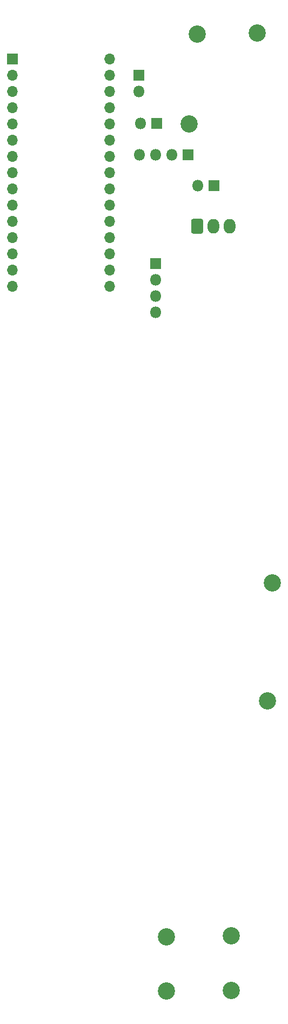
<source format=gbr>
%TF.GenerationSoftware,KiCad,Pcbnew,5.1.6-c6e7f7d~87~ubuntu18.04.1*%
%TF.CreationDate,2021-04-09T12:13:12+12:00*%
%TF.ProjectId,Volume Control 3 Mar18,566f6c75-6d65-4204-936f-6e74726f6c20,rev?*%
%TF.SameCoordinates,Original*%
%TF.FileFunction,Soldermask,Bot*%
%TF.FilePolarity,Negative*%
%FSLAX46Y46*%
G04 Gerber Fmt 4.6, Leading zero omitted, Abs format (unit mm)*
G04 Created by KiCad (PCBNEW 5.1.6-c6e7f7d~87~ubuntu18.04.1) date 2021-04-09 12:13:12*
%MOMM*%
%LPD*%
G01*
G04 APERTURE LIST*
%ADD10C,2.700000*%
%ADD11R,1.700000X1.700000*%
%ADD12O,1.700000X1.700000*%
%ADD13O,1.800000X1.800000*%
%ADD14R,1.800000X1.800000*%
%ADD15O,1.840000X2.290000*%
G04 APERTURE END LIST*
D10*
%TO.C,VCJ3*%
X125044200Y-131927600D03*
%TD*%
%TO.C,VCJ1*%
X125857000Y-113487200D03*
%TD*%
D11*
%TO.C,A1*%
X85090000Y-31496000D03*
D12*
X100330000Y-64516000D03*
X85090000Y-34036000D03*
X100330000Y-61976000D03*
X85090000Y-36576000D03*
X100330000Y-59436000D03*
X85090000Y-39116000D03*
X100330000Y-56896000D03*
X85090000Y-41656000D03*
X100330000Y-54356000D03*
X85090000Y-44196000D03*
X100330000Y-51816000D03*
X85090000Y-46736000D03*
X100330000Y-49276000D03*
X85090000Y-49276000D03*
X100330000Y-46736000D03*
X85090000Y-51816000D03*
X100330000Y-44196000D03*
X85090000Y-54356000D03*
X100330000Y-41656000D03*
X85090000Y-56896000D03*
X100330000Y-39116000D03*
X85090000Y-59436000D03*
X100330000Y-36576000D03*
X85090000Y-61976000D03*
X100330000Y-34036000D03*
X85090000Y-64516000D03*
X100330000Y-31496000D03*
X85090000Y-67056000D03*
X100330000Y-67056000D03*
%TD*%
D10*
%TO.C,J16*%
X119380000Y-177165000D03*
%TD*%
%TO.C,J17*%
X109220000Y-177292000D03*
%TD*%
%TO.C,J4*%
X112776000Y-41656000D03*
%TD*%
%TO.C,J5*%
X114046000Y-27559000D03*
%TD*%
%TO.C,J6*%
X123444000Y-27432000D03*
%TD*%
%TO.C,J8*%
X109220000Y-168783000D03*
%TD*%
%TO.C,J9*%
X119380000Y-168656000D03*
%TD*%
D13*
%TO.C,J7*%
X107569000Y-71120000D03*
X107569000Y-68580000D03*
X107569000Y-66040000D03*
D14*
X107569000Y-63500000D03*
%TD*%
D13*
%TO.C,J13*%
X105156000Y-41529000D03*
D14*
X107696000Y-41529000D03*
%TD*%
%TO.C,J14*%
X104902000Y-34036000D03*
D13*
X104902000Y-36576000D03*
%TD*%
%TO.C,J1*%
G36*
G01*
X113126000Y-58538633D02*
X113126000Y-56777367D01*
G75*
G02*
X113390367Y-56513000I264367J0D01*
G01*
X114701633Y-56513000D01*
G75*
G02*
X114966000Y-56777367I0J-264367D01*
G01*
X114966000Y-58538633D01*
G75*
G02*
X114701633Y-58803000I-264367J0D01*
G01*
X113390367Y-58803000D01*
G75*
G02*
X113126000Y-58538633I0J264367D01*
G01*
G37*
D15*
X116586000Y-57658000D03*
X119126000Y-57658000D03*
%TD*%
D14*
%TO.C,J2*%
X116713000Y-51308000D03*
D13*
X114173000Y-51308000D03*
%TD*%
D14*
%TO.C,J3*%
X112649000Y-46482000D03*
D13*
X110109000Y-46482000D03*
X107569000Y-46482000D03*
X105029000Y-46482000D03*
%TD*%
M02*

</source>
